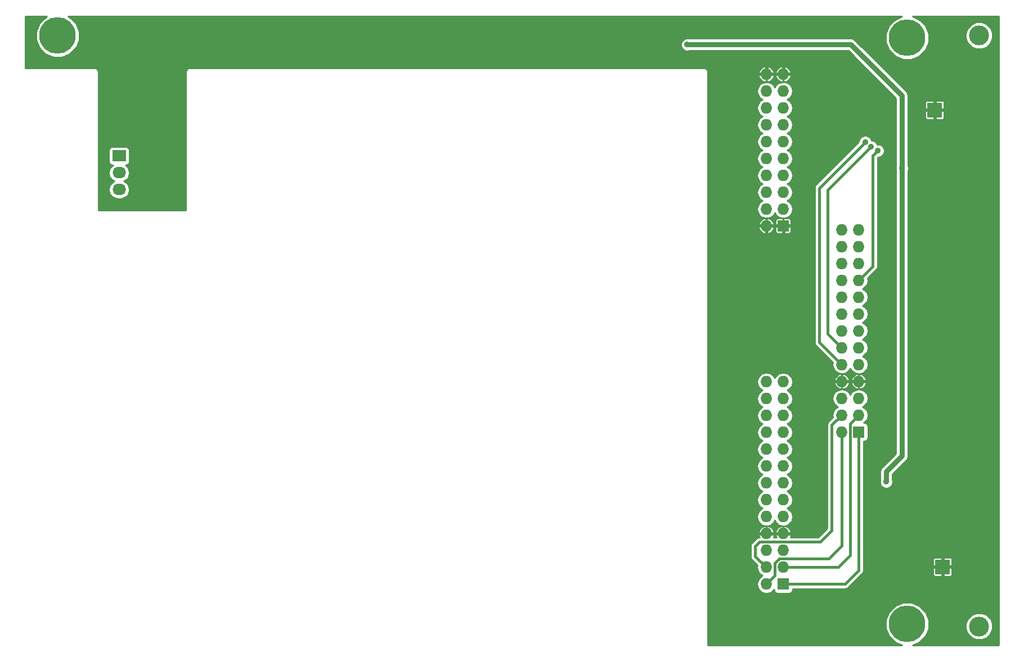
<source format=gbl>
G04 #@! TF.FileFunction,Copper,L2,Bot,Signal*
%FSLAX46Y46*%
G04 Gerber Fmt 4.6, Leading zero omitted, Abs format (unit mm)*
G04 Created by KiCad (PCBNEW 4.0.5+dfsg1-4) date Mon Feb 26 17:29:33 2018*
%MOMM*%
%LPD*%
G01*
G04 APERTURE LIST*
%ADD10C,0.150000*%
%ADD11R,2.032000X1.727200*%
%ADD12O,2.032000X1.727200*%
%ADD13R,2.235200X2.235200*%
%ADD14C,5.500000*%
%ADD15C,3.000000*%
%ADD16R,1.727200X1.727200*%
%ADD17O,1.727200X1.727200*%
%ADD18C,0.889000*%
%ADD19C,0.250000*%
%ADD20C,0.400000*%
%ADD21C,0.800000*%
G04 APERTURE END LIST*
D10*
D11*
X48360000Y-50290000D03*
D12*
X48360000Y-52830000D03*
X48360000Y-55370000D03*
D13*
X171082500Y-43369500D03*
X172250900Y-112203500D03*
D14*
X166946900Y-120828000D03*
X39096000Y-32170000D03*
X166946900Y-32512000D03*
D15*
X177766000Y-121170000D03*
X177766000Y-32170000D03*
D16*
X148286000Y-60841000D03*
D17*
X145746000Y-60841000D03*
X148286000Y-58301000D03*
X145746000Y-58301000D03*
X148286000Y-55761000D03*
X145746000Y-55761000D03*
X148286000Y-53221000D03*
X145746000Y-53221000D03*
X148286000Y-50681000D03*
X145746000Y-50681000D03*
X148286000Y-48141000D03*
X145746000Y-48141000D03*
X148286000Y-45601000D03*
X145746000Y-45601000D03*
X148286000Y-43061000D03*
X145746000Y-43061000D03*
X148286000Y-40521000D03*
X145746000Y-40521000D03*
X148286000Y-37981000D03*
X145746000Y-37981000D03*
D16*
X159639000Y-91897200D03*
D17*
X157099000Y-91897200D03*
X159639000Y-89357200D03*
X157099000Y-89357200D03*
X159639000Y-86817200D03*
X157099000Y-86817200D03*
X159639000Y-84277200D03*
X157099000Y-84277200D03*
X159639000Y-81737200D03*
X157099000Y-81737200D03*
X159639000Y-79197200D03*
X157099000Y-79197200D03*
X159639000Y-76657200D03*
X157099000Y-76657200D03*
X159639000Y-74117200D03*
X157099000Y-74117200D03*
X159639000Y-71577200D03*
X157099000Y-71577200D03*
X159639000Y-69037200D03*
X157099000Y-69037200D03*
X159639000Y-66497200D03*
X157099000Y-66497200D03*
X159639000Y-63957200D03*
X157099000Y-63957200D03*
X159639000Y-61417200D03*
X157099000Y-61417200D03*
D16*
X148286000Y-114807000D03*
D17*
X145746000Y-114807000D03*
X148286000Y-112267000D03*
X145746000Y-112267000D03*
X148286000Y-109727000D03*
X145746000Y-109727000D03*
X148286000Y-107187000D03*
X145746000Y-107187000D03*
X148286000Y-104647000D03*
X145746000Y-104647000D03*
X148286000Y-102107000D03*
X145746000Y-102107000D03*
X148286000Y-99567000D03*
X145746000Y-99567000D03*
X148286000Y-97027000D03*
X145746000Y-97027000D03*
X148286000Y-94487000D03*
X145746000Y-94487000D03*
X148286000Y-91947000D03*
X145746000Y-91947000D03*
X148286000Y-89407000D03*
X145746000Y-89407000D03*
X148286000Y-86867000D03*
X145746000Y-86867000D03*
X148286000Y-84327000D03*
X145746000Y-84327000D03*
D18*
X168644100Y-52145200D03*
X166281900Y-102843600D03*
X153289800Y-98512900D03*
X154026400Y-48957500D03*
X139738900Y-60832000D03*
X153035800Y-107187000D03*
X163792700Y-99376500D03*
X166154900Y-52145200D03*
X133846100Y-33527000D03*
X162522700Y-49503600D03*
X161519400Y-48919400D03*
X160630400Y-48220900D03*
D19*
X157099000Y-84277200D02*
X157099000Y-85431100D01*
X159639000Y-85431100D02*
X159639000Y-85140600D01*
X157099000Y-85431100D02*
X159639000Y-85431100D01*
X159639000Y-85140600D02*
X159639000Y-84277200D01*
X159639000Y-85140600D02*
X159639800Y-85139800D01*
X159639800Y-85139800D02*
X159639000Y-84277200D01*
X159639000Y-84277200D02*
X159639000Y-83121300D01*
X159639000Y-83121300D02*
X157100600Y-83121300D01*
X157100600Y-83121300D02*
X157100600Y-84275600D01*
X157100600Y-84275600D02*
X157099000Y-84277200D01*
X148273300Y-59663600D02*
X148527300Y-59663600D01*
X148273300Y-59663600D02*
X148273300Y-60828300D01*
X145746000Y-59663600D02*
X148273300Y-59663600D01*
X148273300Y-60828300D02*
X148286000Y-60841000D01*
X145746000Y-60841000D02*
X145746000Y-59663600D01*
X148286000Y-37981000D02*
X148286000Y-39153100D01*
X145746000Y-39153100D02*
X145746000Y-38848300D01*
X148286000Y-39153100D02*
X145746000Y-39153100D01*
X145746000Y-107187000D02*
X145746000Y-106018600D01*
X145746000Y-106018600D02*
X148286000Y-106018600D01*
X148286000Y-106018600D02*
X148286000Y-107187000D01*
D20*
X157557000Y-114807000D02*
X148286000Y-114807000D01*
X159639000Y-112725000D02*
X157557000Y-114807000D01*
X159639000Y-91897200D02*
X159639000Y-112725000D01*
X147676400Y-110997000D02*
X147016000Y-111657400D01*
X147016000Y-111657400D02*
X147016000Y-113537000D01*
X147016000Y-113537000D02*
X145746000Y-114807000D01*
X157099000Y-91897200D02*
X157099000Y-109016600D01*
X157099000Y-109016600D02*
X155118600Y-110997000D01*
X155118600Y-110997000D02*
X147676400Y-110997000D01*
X158369800Y-110463600D02*
X158369800Y-90626400D01*
X158369800Y-110463600D02*
X156566400Y-112267000D01*
X158369800Y-90626400D02*
X159639000Y-89357200D01*
X148286000Y-112267000D02*
X156566400Y-112267000D01*
X155601200Y-106704400D02*
X155601200Y-90855000D01*
X155601200Y-106704400D02*
X153861300Y-108444300D01*
X153861300Y-108444300D02*
X144742700Y-108444300D01*
X155601200Y-90855000D02*
X157099000Y-89357200D01*
X144742700Y-108444300D02*
X144069600Y-109117400D01*
X144069600Y-109117400D02*
X144069600Y-110590600D01*
X145746000Y-112267000D02*
X144069600Y-110590600D01*
D21*
X166154900Y-95503000D02*
X163792700Y-97865200D01*
X163792700Y-97865200D02*
X163792700Y-99376500D01*
X166154900Y-52145200D02*
X166154900Y-95503000D01*
X158471400Y-33527000D02*
X166154900Y-41210500D01*
X166154900Y-41210500D02*
X166154900Y-52145200D01*
X133846100Y-33527000D02*
X158471400Y-33527000D01*
D20*
X161773400Y-66902800D02*
X159639000Y-69037200D01*
X161773400Y-50252900D02*
X161773400Y-66902800D01*
X162522700Y-49503600D02*
X161773400Y-50252900D01*
X157099000Y-79197200D02*
X154991600Y-77089800D01*
X161519400Y-48919400D02*
X154991600Y-55447200D01*
X154991600Y-77089800D02*
X154991600Y-55447200D01*
X160630400Y-48220900D02*
X153721600Y-55129700D01*
X157099000Y-81737200D02*
X153721600Y-78359800D01*
X153721600Y-55129700D02*
X153721600Y-78359800D01*
D19*
G36*
X37243285Y-29391971D02*
X36321209Y-30312439D01*
X35821570Y-31515704D01*
X35820433Y-32818580D01*
X36317971Y-34022715D01*
X37238439Y-34944791D01*
X38441704Y-35444430D01*
X39744580Y-35445567D01*
X40948715Y-34948029D01*
X41870791Y-34027561D01*
X41998917Y-33718999D01*
X132876432Y-33718999D01*
X133023718Y-34075460D01*
X133296205Y-34348423D01*
X133652408Y-34496332D01*
X134038099Y-34496668D01*
X134146204Y-34452000D01*
X158088252Y-34452000D01*
X165229900Y-41593648D01*
X165229900Y-51844745D01*
X165185568Y-51951508D01*
X165185232Y-52337199D01*
X165229900Y-52445304D01*
X165229900Y-95119852D01*
X163138626Y-97211126D01*
X162938111Y-97511217D01*
X162938111Y-97511218D01*
X162867700Y-97865200D01*
X162867700Y-99076045D01*
X162823368Y-99182808D01*
X162823032Y-99568499D01*
X162970318Y-99924960D01*
X163242805Y-100197923D01*
X163599008Y-100345832D01*
X163984699Y-100346168D01*
X164341160Y-100198882D01*
X164614123Y-99926395D01*
X164762032Y-99570192D01*
X164762368Y-99184501D01*
X164717700Y-99076396D01*
X164717700Y-98248348D01*
X166808974Y-96157074D01*
X167009489Y-95856983D01*
X167079900Y-95503000D01*
X167079900Y-52445655D01*
X167124232Y-52338892D01*
X167124568Y-51953201D01*
X167079900Y-51845096D01*
X167079900Y-43579750D01*
X169639900Y-43579750D01*
X169639900Y-44551747D01*
X169689379Y-44671198D01*
X169780803Y-44762622D01*
X169900254Y-44812100D01*
X170872250Y-44812100D01*
X170953500Y-44730850D01*
X170953500Y-43498500D01*
X171211500Y-43498500D01*
X171211500Y-44730850D01*
X171292750Y-44812100D01*
X172264746Y-44812100D01*
X172384197Y-44762622D01*
X172475621Y-44671198D01*
X172525100Y-44551747D01*
X172525100Y-43579750D01*
X172443850Y-43498500D01*
X171211500Y-43498500D01*
X170953500Y-43498500D01*
X169721150Y-43498500D01*
X169639900Y-43579750D01*
X167079900Y-43579750D01*
X167079900Y-42187253D01*
X169639900Y-42187253D01*
X169639900Y-43159250D01*
X169721150Y-43240500D01*
X170953500Y-43240500D01*
X170953500Y-42008150D01*
X171211500Y-42008150D01*
X171211500Y-43240500D01*
X172443850Y-43240500D01*
X172525100Y-43159250D01*
X172525100Y-42187253D01*
X172475621Y-42067802D01*
X172384197Y-41976378D01*
X172264746Y-41926900D01*
X171292750Y-41926900D01*
X171211500Y-42008150D01*
X170953500Y-42008150D01*
X170872250Y-41926900D01*
X169900254Y-41926900D01*
X169780803Y-41976378D01*
X169689379Y-42067802D01*
X169639900Y-42187253D01*
X167079900Y-42187253D01*
X167079900Y-41210500D01*
X167009489Y-40856518D01*
X167009489Y-40856517D01*
X166808974Y-40556426D01*
X159125474Y-32872926D01*
X158825383Y-32672411D01*
X158471400Y-32602000D01*
X134146555Y-32602000D01*
X134039792Y-32557668D01*
X133654101Y-32557332D01*
X133297640Y-32704618D01*
X133024677Y-32977105D01*
X132876768Y-33333308D01*
X132876432Y-33718999D01*
X41998917Y-33718999D01*
X42370430Y-32824296D01*
X42371567Y-31521420D01*
X41874029Y-30317285D01*
X40953561Y-29395209D01*
X40712231Y-29295000D01*
X166156577Y-29295000D01*
X165094185Y-29733971D01*
X164172109Y-30654439D01*
X163672470Y-31857704D01*
X163671333Y-33160580D01*
X164168871Y-34364715D01*
X165089339Y-35286791D01*
X166292604Y-35786430D01*
X167595480Y-35787567D01*
X168799615Y-35290029D01*
X169721691Y-34369561D01*
X170221330Y-33166296D01*
X170221849Y-32571030D01*
X175740649Y-32571030D01*
X176048288Y-33315572D01*
X176617432Y-33885710D01*
X177361435Y-34194648D01*
X178167030Y-34195351D01*
X178911572Y-33887712D01*
X179481710Y-33318568D01*
X179790648Y-32574565D01*
X179791351Y-31768970D01*
X179483712Y-31024428D01*
X178914568Y-30454290D01*
X178170565Y-30145352D01*
X177364970Y-30144649D01*
X176620428Y-30452288D01*
X176050290Y-31021432D01*
X175741352Y-31765435D01*
X175740649Y-32571030D01*
X170221849Y-32571030D01*
X170222467Y-31863420D01*
X169724929Y-30659285D01*
X168804461Y-29737209D01*
X167739503Y-29295000D01*
X180711000Y-29295000D01*
X180711000Y-124045000D01*
X167737223Y-124045000D01*
X168799615Y-123606029D01*
X169721691Y-122685561D01*
X170184484Y-121571030D01*
X175740649Y-121571030D01*
X176048288Y-122315572D01*
X176617432Y-122885710D01*
X177361435Y-123194648D01*
X178167030Y-123195351D01*
X178911572Y-122887712D01*
X179481710Y-122318568D01*
X179790648Y-121574565D01*
X179791351Y-120768970D01*
X179483712Y-120024428D01*
X178914568Y-119454290D01*
X178170565Y-119145352D01*
X177364970Y-119144649D01*
X176620428Y-119452288D01*
X176050290Y-120021432D01*
X175741352Y-120765435D01*
X175740649Y-121571030D01*
X170184484Y-121571030D01*
X170221330Y-121482296D01*
X170222467Y-120179420D01*
X169724929Y-118975285D01*
X168804461Y-118053209D01*
X167601196Y-117553570D01*
X166298320Y-117552433D01*
X165094185Y-118049971D01*
X164172109Y-118970439D01*
X163672470Y-120173704D01*
X163671333Y-121476580D01*
X164168871Y-122680715D01*
X165089339Y-123602791D01*
X166154297Y-124045000D01*
X155107160Y-124045000D01*
X155096000Y-124042900D01*
X136961000Y-124042900D01*
X136961000Y-109117400D01*
X143344600Y-109117400D01*
X143344600Y-110590600D01*
X143378475Y-110760900D01*
X143399787Y-110868046D01*
X143556948Y-111103252D01*
X144394984Y-111941289D01*
X144330196Y-112267000D01*
X144435897Y-112798394D01*
X144736908Y-113248888D01*
X145168097Y-113537000D01*
X144736908Y-113825112D01*
X144435897Y-114275606D01*
X144330196Y-114807000D01*
X144435897Y-115338394D01*
X144736908Y-115788888D01*
X145187402Y-116089899D01*
X145718796Y-116195600D01*
X145773204Y-116195600D01*
X146304598Y-116089899D01*
X146755092Y-115788888D01*
X146887115Y-115591302D01*
X146887115Y-115670600D01*
X146923723Y-115865153D01*
X147038704Y-116043839D01*
X147214144Y-116163712D01*
X147422400Y-116205885D01*
X149149600Y-116205885D01*
X149344153Y-116169277D01*
X149522839Y-116054296D01*
X149642712Y-115878856D01*
X149684885Y-115670600D01*
X149684885Y-115532000D01*
X157557000Y-115532000D01*
X157788415Y-115485969D01*
X157834446Y-115476813D01*
X158069652Y-115319652D01*
X160151653Y-113237652D01*
X160308813Y-113002446D01*
X160364000Y-112725000D01*
X160364000Y-112413750D01*
X170808300Y-112413750D01*
X170808300Y-113385747D01*
X170857779Y-113505198D01*
X170949203Y-113596622D01*
X171068654Y-113646100D01*
X172040650Y-113646100D01*
X172121900Y-113564850D01*
X172121900Y-112332500D01*
X172379900Y-112332500D01*
X172379900Y-113564850D01*
X172461150Y-113646100D01*
X173433146Y-113646100D01*
X173552597Y-113596622D01*
X173644021Y-113505198D01*
X173693500Y-113385747D01*
X173693500Y-112413750D01*
X173612250Y-112332500D01*
X172379900Y-112332500D01*
X172121900Y-112332500D01*
X170889550Y-112332500D01*
X170808300Y-112413750D01*
X160364000Y-112413750D01*
X160364000Y-111021253D01*
X170808300Y-111021253D01*
X170808300Y-111993250D01*
X170889550Y-112074500D01*
X172121900Y-112074500D01*
X172121900Y-110842150D01*
X172379900Y-110842150D01*
X172379900Y-112074500D01*
X173612250Y-112074500D01*
X173693500Y-111993250D01*
X173693500Y-111021253D01*
X173644021Y-110901802D01*
X173552597Y-110810378D01*
X173433146Y-110760900D01*
X172461150Y-110760900D01*
X172379900Y-110842150D01*
X172121900Y-110842150D01*
X172040650Y-110760900D01*
X171068654Y-110760900D01*
X170949203Y-110810378D01*
X170857779Y-110901802D01*
X170808300Y-111021253D01*
X160364000Y-111021253D01*
X160364000Y-93296085D01*
X160502600Y-93296085D01*
X160697153Y-93259477D01*
X160875839Y-93144496D01*
X160995712Y-92969056D01*
X161037885Y-92760800D01*
X161037885Y-91033600D01*
X161001277Y-90839047D01*
X160886296Y-90660361D01*
X160710856Y-90540488D01*
X160502600Y-90498315D01*
X160409792Y-90498315D01*
X160648092Y-90339088D01*
X160949103Y-89888594D01*
X161054804Y-89357200D01*
X160949103Y-88825806D01*
X160648092Y-88375312D01*
X160216903Y-88087200D01*
X160648092Y-87799088D01*
X160949103Y-87348594D01*
X161054804Y-86817200D01*
X160949103Y-86285806D01*
X160648092Y-85835312D01*
X160197598Y-85534301D01*
X159768002Y-85448849D01*
X159768002Y-85377542D01*
X159951253Y-85424064D01*
X160366370Y-85217270D01*
X160670751Y-84867359D01*
X160785852Y-84589451D01*
X160738810Y-84406200D01*
X159768000Y-84406200D01*
X159768000Y-84426200D01*
X159510000Y-84426200D01*
X159510000Y-84406200D01*
X158539190Y-84406200D01*
X158492148Y-84589451D01*
X158607249Y-84867359D01*
X158911630Y-85217270D01*
X159326747Y-85424064D01*
X159509998Y-85377542D01*
X159509998Y-85448849D01*
X159080402Y-85534301D01*
X158629908Y-85835312D01*
X158369000Y-86225788D01*
X158108092Y-85835312D01*
X157657598Y-85534301D01*
X157228002Y-85448849D01*
X157228002Y-85377542D01*
X157411253Y-85424064D01*
X157826370Y-85217270D01*
X158130751Y-84867359D01*
X158245852Y-84589451D01*
X158198810Y-84406200D01*
X157228000Y-84406200D01*
X157228000Y-84426200D01*
X156970000Y-84426200D01*
X156970000Y-84406200D01*
X155999190Y-84406200D01*
X155952148Y-84589451D01*
X156067249Y-84867359D01*
X156371630Y-85217270D01*
X156786747Y-85424064D01*
X156969998Y-85377542D01*
X156969998Y-85448849D01*
X156540402Y-85534301D01*
X156089908Y-85835312D01*
X155788897Y-86285806D01*
X155683196Y-86817200D01*
X155788897Y-87348594D01*
X156089908Y-87799088D01*
X156521097Y-88087200D01*
X156089908Y-88375312D01*
X155788897Y-88825806D01*
X155683196Y-89357200D01*
X155747984Y-89682912D01*
X155088548Y-90342348D01*
X154931387Y-90577554D01*
X154931387Y-90577555D01*
X154876200Y-90855000D01*
X154876200Y-106404095D01*
X153560996Y-107719300D01*
X149341714Y-107719300D01*
X149432852Y-107499251D01*
X149385810Y-107316000D01*
X148415000Y-107316000D01*
X148415000Y-107336000D01*
X148157000Y-107336000D01*
X148157000Y-107316000D01*
X147186190Y-107316000D01*
X147139148Y-107499251D01*
X147230286Y-107719300D01*
X146801714Y-107719300D01*
X146892852Y-107499251D01*
X146845810Y-107316000D01*
X145875000Y-107316000D01*
X145875000Y-107336000D01*
X145617000Y-107336000D01*
X145617000Y-107316000D01*
X144646190Y-107316000D01*
X144599148Y-107499251D01*
X144694275Y-107728932D01*
X144465255Y-107774487D01*
X144387208Y-107826637D01*
X144230047Y-107931648D01*
X143556948Y-108604748D01*
X143399787Y-108839954D01*
X143399787Y-108839955D01*
X143344600Y-109117400D01*
X136961000Y-109117400D01*
X136961000Y-84327000D01*
X144330196Y-84327000D01*
X144435897Y-84858394D01*
X144736908Y-85308888D01*
X145168097Y-85597000D01*
X144736908Y-85885112D01*
X144435897Y-86335606D01*
X144330196Y-86867000D01*
X144435897Y-87398394D01*
X144736908Y-87848888D01*
X145168097Y-88137000D01*
X144736908Y-88425112D01*
X144435897Y-88875606D01*
X144330196Y-89407000D01*
X144435897Y-89938394D01*
X144736908Y-90388888D01*
X145168097Y-90677000D01*
X144736908Y-90965112D01*
X144435897Y-91415606D01*
X144330196Y-91947000D01*
X144435897Y-92478394D01*
X144736908Y-92928888D01*
X145168097Y-93217000D01*
X144736908Y-93505112D01*
X144435897Y-93955606D01*
X144330196Y-94487000D01*
X144435897Y-95018394D01*
X144736908Y-95468888D01*
X145168097Y-95757000D01*
X144736908Y-96045112D01*
X144435897Y-96495606D01*
X144330196Y-97027000D01*
X144435897Y-97558394D01*
X144736908Y-98008888D01*
X145168097Y-98297000D01*
X144736908Y-98585112D01*
X144435897Y-99035606D01*
X144330196Y-99567000D01*
X144435897Y-100098394D01*
X144736908Y-100548888D01*
X145168097Y-100837000D01*
X144736908Y-101125112D01*
X144435897Y-101575606D01*
X144330196Y-102107000D01*
X144435897Y-102638394D01*
X144736908Y-103088888D01*
X145168097Y-103377000D01*
X144736908Y-103665112D01*
X144435897Y-104115606D01*
X144330196Y-104647000D01*
X144435897Y-105178394D01*
X144736908Y-105628888D01*
X145187402Y-105929899D01*
X145616998Y-106015351D01*
X145616998Y-106086658D01*
X145433747Y-106040136D01*
X145018630Y-106246930D01*
X144714249Y-106596841D01*
X144599148Y-106874749D01*
X144646190Y-107058000D01*
X145617000Y-107058000D01*
X145617000Y-107038000D01*
X145875000Y-107038000D01*
X145875000Y-107058000D01*
X146845810Y-107058000D01*
X146892852Y-106874749D01*
X146777751Y-106596841D01*
X146473370Y-106246930D01*
X146058253Y-106040136D01*
X145875002Y-106086658D01*
X145875002Y-106015351D01*
X146304598Y-105929899D01*
X146755092Y-105628888D01*
X147016000Y-105238412D01*
X147276908Y-105628888D01*
X147727402Y-105929899D01*
X148156998Y-106015351D01*
X148156998Y-106086658D01*
X147973747Y-106040136D01*
X147558630Y-106246930D01*
X147254249Y-106596841D01*
X147139148Y-106874749D01*
X147186190Y-107058000D01*
X148157000Y-107058000D01*
X148157000Y-107038000D01*
X148415000Y-107038000D01*
X148415000Y-107058000D01*
X149385810Y-107058000D01*
X149432852Y-106874749D01*
X149317751Y-106596841D01*
X149013370Y-106246930D01*
X148598253Y-106040136D01*
X148415002Y-106086658D01*
X148415002Y-106015351D01*
X148844598Y-105929899D01*
X149295092Y-105628888D01*
X149596103Y-105178394D01*
X149701804Y-104647000D01*
X149596103Y-104115606D01*
X149295092Y-103665112D01*
X148863903Y-103377000D01*
X149295092Y-103088888D01*
X149596103Y-102638394D01*
X149701804Y-102107000D01*
X149596103Y-101575606D01*
X149295092Y-101125112D01*
X148863903Y-100837000D01*
X149295092Y-100548888D01*
X149596103Y-100098394D01*
X149701804Y-99567000D01*
X149596103Y-99035606D01*
X149295092Y-98585112D01*
X148863903Y-98297000D01*
X149295092Y-98008888D01*
X149596103Y-97558394D01*
X149701804Y-97027000D01*
X149596103Y-96495606D01*
X149295092Y-96045112D01*
X148863903Y-95757000D01*
X149295092Y-95468888D01*
X149596103Y-95018394D01*
X149701804Y-94487000D01*
X149596103Y-93955606D01*
X149295092Y-93505112D01*
X148863903Y-93217000D01*
X149295092Y-92928888D01*
X149596103Y-92478394D01*
X149701804Y-91947000D01*
X149596103Y-91415606D01*
X149295092Y-90965112D01*
X148863903Y-90677000D01*
X149295092Y-90388888D01*
X149596103Y-89938394D01*
X149701804Y-89407000D01*
X149596103Y-88875606D01*
X149295092Y-88425112D01*
X148863903Y-88137000D01*
X149295092Y-87848888D01*
X149596103Y-87398394D01*
X149701804Y-86867000D01*
X149596103Y-86335606D01*
X149295092Y-85885112D01*
X148863903Y-85597000D01*
X149295092Y-85308888D01*
X149596103Y-84858394D01*
X149701804Y-84327000D01*
X149596103Y-83795606D01*
X149295092Y-83345112D01*
X148844598Y-83044101D01*
X148313204Y-82938400D01*
X148258796Y-82938400D01*
X147727402Y-83044101D01*
X147276908Y-83345112D01*
X147016000Y-83735588D01*
X146755092Y-83345112D01*
X146304598Y-83044101D01*
X145773204Y-82938400D01*
X145718796Y-82938400D01*
X145187402Y-83044101D01*
X144736908Y-83345112D01*
X144435897Y-83795606D01*
X144330196Y-84327000D01*
X136961000Y-84327000D01*
X136961000Y-61153251D01*
X144599148Y-61153251D01*
X144714249Y-61431159D01*
X145018630Y-61781070D01*
X145433747Y-61987864D01*
X145617000Y-61941341D01*
X145617000Y-60970000D01*
X145875000Y-60970000D01*
X145875000Y-61941341D01*
X146058253Y-61987864D01*
X146473370Y-61781070D01*
X146777751Y-61431159D01*
X146892852Y-61153251D01*
X146866668Y-61051250D01*
X147097400Y-61051250D01*
X147097400Y-61769247D01*
X147146879Y-61888698D01*
X147238303Y-61980122D01*
X147357754Y-62029600D01*
X148075750Y-62029600D01*
X148157000Y-61948350D01*
X148157000Y-60970000D01*
X148415000Y-60970000D01*
X148415000Y-61948350D01*
X148496250Y-62029600D01*
X149214246Y-62029600D01*
X149333697Y-61980122D01*
X149425121Y-61888698D01*
X149474600Y-61769247D01*
X149474600Y-61051250D01*
X149393350Y-60970000D01*
X148415000Y-60970000D01*
X148157000Y-60970000D01*
X147178650Y-60970000D01*
X147097400Y-61051250D01*
X146866668Y-61051250D01*
X146845810Y-60970000D01*
X145875000Y-60970000D01*
X145617000Y-60970000D01*
X144646190Y-60970000D01*
X144599148Y-61153251D01*
X136961000Y-61153251D01*
X136961000Y-40521000D01*
X144330196Y-40521000D01*
X144435897Y-41052394D01*
X144736908Y-41502888D01*
X145168097Y-41791000D01*
X144736908Y-42079112D01*
X144435897Y-42529606D01*
X144330196Y-43061000D01*
X144435897Y-43592394D01*
X144736908Y-44042888D01*
X145168097Y-44331000D01*
X144736908Y-44619112D01*
X144435897Y-45069606D01*
X144330196Y-45601000D01*
X144435897Y-46132394D01*
X144736908Y-46582888D01*
X145168097Y-46871000D01*
X144736908Y-47159112D01*
X144435897Y-47609606D01*
X144330196Y-48141000D01*
X144435897Y-48672394D01*
X144736908Y-49122888D01*
X145168097Y-49411000D01*
X144736908Y-49699112D01*
X144435897Y-50149606D01*
X144330196Y-50681000D01*
X144435897Y-51212394D01*
X144736908Y-51662888D01*
X145168097Y-51951000D01*
X144736908Y-52239112D01*
X144435897Y-52689606D01*
X144330196Y-53221000D01*
X144435897Y-53752394D01*
X144736908Y-54202888D01*
X145168097Y-54491000D01*
X144736908Y-54779112D01*
X144435897Y-55229606D01*
X144330196Y-55761000D01*
X144435897Y-56292394D01*
X144736908Y-56742888D01*
X145168097Y-57031000D01*
X144736908Y-57319112D01*
X144435897Y-57769606D01*
X144330196Y-58301000D01*
X144435897Y-58832394D01*
X144736908Y-59282888D01*
X145187402Y-59583899D01*
X145616998Y-59669351D01*
X145616998Y-59740658D01*
X145433747Y-59694136D01*
X145018630Y-59900930D01*
X144714249Y-60250841D01*
X144599148Y-60528749D01*
X144646190Y-60712000D01*
X145617000Y-60712000D01*
X145617000Y-60692000D01*
X145875000Y-60692000D01*
X145875000Y-60712000D01*
X146845810Y-60712000D01*
X146892852Y-60528749D01*
X146777751Y-60250841D01*
X146473370Y-59900930D01*
X146058253Y-59694136D01*
X145875002Y-59740658D01*
X145875002Y-59669351D01*
X146304598Y-59583899D01*
X146755092Y-59282888D01*
X147016000Y-58892412D01*
X147276908Y-59282888D01*
X147727402Y-59583899D01*
X148071779Y-59652400D01*
X147357754Y-59652400D01*
X147238303Y-59701878D01*
X147146879Y-59793302D01*
X147097400Y-59912753D01*
X147097400Y-60630750D01*
X147178650Y-60712000D01*
X148157000Y-60712000D01*
X148157000Y-60692000D01*
X148415000Y-60692000D01*
X148415000Y-60712000D01*
X149393350Y-60712000D01*
X149474600Y-60630750D01*
X149474600Y-59912753D01*
X149425121Y-59793302D01*
X149333697Y-59701878D01*
X149214246Y-59652400D01*
X148500221Y-59652400D01*
X148844598Y-59583899D01*
X149295092Y-59282888D01*
X149596103Y-58832394D01*
X149701804Y-58301000D01*
X149596103Y-57769606D01*
X149295092Y-57319112D01*
X148863903Y-57031000D01*
X149295092Y-56742888D01*
X149596103Y-56292394D01*
X149701804Y-55761000D01*
X149596103Y-55229606D01*
X149529348Y-55129700D01*
X152996600Y-55129700D01*
X152996600Y-78359800D01*
X153042631Y-78591215D01*
X153051787Y-78637246D01*
X153208948Y-78872452D01*
X155747984Y-81411488D01*
X155683196Y-81737200D01*
X155788897Y-82268594D01*
X156089908Y-82719088D01*
X156540402Y-83020099D01*
X156969998Y-83105551D01*
X156969998Y-83176858D01*
X156786747Y-83130336D01*
X156371630Y-83337130D01*
X156067249Y-83687041D01*
X155952148Y-83964949D01*
X155999190Y-84148200D01*
X156970000Y-84148200D01*
X156970000Y-84128200D01*
X157228000Y-84128200D01*
X157228000Y-84148200D01*
X158198810Y-84148200D01*
X158245852Y-83964949D01*
X158130751Y-83687041D01*
X157826370Y-83337130D01*
X157411253Y-83130336D01*
X157228002Y-83176858D01*
X157228002Y-83105551D01*
X157657598Y-83020099D01*
X158108092Y-82719088D01*
X158369000Y-82328612D01*
X158629908Y-82719088D01*
X159080402Y-83020099D01*
X159509998Y-83105551D01*
X159509998Y-83176858D01*
X159326747Y-83130336D01*
X158911630Y-83337130D01*
X158607249Y-83687041D01*
X158492148Y-83964949D01*
X158539190Y-84148200D01*
X159510000Y-84148200D01*
X159510000Y-84128200D01*
X159768000Y-84128200D01*
X159768000Y-84148200D01*
X160738810Y-84148200D01*
X160785852Y-83964949D01*
X160670751Y-83687041D01*
X160366370Y-83337130D01*
X159951253Y-83130336D01*
X159768002Y-83176858D01*
X159768002Y-83105551D01*
X160197598Y-83020099D01*
X160648092Y-82719088D01*
X160949103Y-82268594D01*
X161054804Y-81737200D01*
X160949103Y-81205806D01*
X160648092Y-80755312D01*
X160216903Y-80467200D01*
X160648092Y-80179088D01*
X160949103Y-79728594D01*
X161054804Y-79197200D01*
X160949103Y-78665806D01*
X160648092Y-78215312D01*
X160216903Y-77927200D01*
X160648092Y-77639088D01*
X160949103Y-77188594D01*
X161054804Y-76657200D01*
X160949103Y-76125806D01*
X160648092Y-75675312D01*
X160216903Y-75387200D01*
X160648092Y-75099088D01*
X160949103Y-74648594D01*
X161054804Y-74117200D01*
X160949103Y-73585806D01*
X160648092Y-73135312D01*
X160216903Y-72847200D01*
X160648092Y-72559088D01*
X160949103Y-72108594D01*
X161054804Y-71577200D01*
X160949103Y-71045806D01*
X160648092Y-70595312D01*
X160216903Y-70307200D01*
X160648092Y-70019088D01*
X160949103Y-69568594D01*
X161054804Y-69037200D01*
X160990016Y-68711489D01*
X162286052Y-67415453D01*
X162443212Y-67180246D01*
X162443213Y-67180245D01*
X162498400Y-66902800D01*
X162498400Y-50553204D01*
X162578455Y-50473149D01*
X162714699Y-50473268D01*
X163071160Y-50325982D01*
X163344123Y-50053495D01*
X163492032Y-49697292D01*
X163492368Y-49311601D01*
X163345082Y-48955140D01*
X163072595Y-48682177D01*
X162716392Y-48534268D01*
X162409157Y-48534000D01*
X162341782Y-48370940D01*
X162069295Y-48097977D01*
X161713092Y-47950068D01*
X161567443Y-47949941D01*
X161452782Y-47672440D01*
X161180295Y-47399477D01*
X160824092Y-47251568D01*
X160438401Y-47251232D01*
X160081940Y-47398518D01*
X159808977Y-47671005D01*
X159661068Y-48027208D01*
X159660948Y-48165047D01*
X153208948Y-54617048D01*
X153051787Y-54852254D01*
X153051787Y-54852255D01*
X152996600Y-55129700D01*
X149529348Y-55129700D01*
X149295092Y-54779112D01*
X148863903Y-54491000D01*
X149295092Y-54202888D01*
X149596103Y-53752394D01*
X149701804Y-53221000D01*
X149596103Y-52689606D01*
X149295092Y-52239112D01*
X148863903Y-51951000D01*
X149295092Y-51662888D01*
X149596103Y-51212394D01*
X149701804Y-50681000D01*
X149596103Y-50149606D01*
X149295092Y-49699112D01*
X148863903Y-49411000D01*
X149295092Y-49122888D01*
X149596103Y-48672394D01*
X149701804Y-48141000D01*
X149596103Y-47609606D01*
X149295092Y-47159112D01*
X148863903Y-46871000D01*
X149295092Y-46582888D01*
X149596103Y-46132394D01*
X149701804Y-45601000D01*
X149596103Y-45069606D01*
X149295092Y-44619112D01*
X148863903Y-44331000D01*
X149295092Y-44042888D01*
X149596103Y-43592394D01*
X149701804Y-43061000D01*
X149596103Y-42529606D01*
X149295092Y-42079112D01*
X148863903Y-41791000D01*
X149295092Y-41502888D01*
X149596103Y-41052394D01*
X149701804Y-40521000D01*
X149596103Y-39989606D01*
X149295092Y-39539112D01*
X148844598Y-39238101D01*
X148415002Y-39152649D01*
X148415002Y-39081342D01*
X148598253Y-39127864D01*
X149013370Y-38921070D01*
X149317751Y-38571159D01*
X149432852Y-38293251D01*
X149385810Y-38110000D01*
X148415000Y-38110000D01*
X148415000Y-38130000D01*
X148157000Y-38130000D01*
X148157000Y-38110000D01*
X147186190Y-38110000D01*
X147139148Y-38293251D01*
X147254249Y-38571159D01*
X147558630Y-38921070D01*
X147973747Y-39127864D01*
X148156998Y-39081342D01*
X148156998Y-39152649D01*
X147727402Y-39238101D01*
X147276908Y-39539112D01*
X147016000Y-39929588D01*
X146755092Y-39539112D01*
X146304598Y-39238101D01*
X145875002Y-39152649D01*
X145875002Y-39081342D01*
X146058253Y-39127864D01*
X146473370Y-38921070D01*
X146777751Y-38571159D01*
X146892852Y-38293251D01*
X146845810Y-38110000D01*
X145875000Y-38110000D01*
X145875000Y-38130000D01*
X145617000Y-38130000D01*
X145617000Y-38110000D01*
X144646190Y-38110000D01*
X144599148Y-38293251D01*
X144714249Y-38571159D01*
X145018630Y-38921070D01*
X145433747Y-39127864D01*
X145616998Y-39081342D01*
X145616998Y-39152649D01*
X145187402Y-39238101D01*
X144736908Y-39539112D01*
X144435897Y-39989606D01*
X144330196Y-40521000D01*
X136961000Y-40521000D01*
X136961000Y-37670000D01*
X136960752Y-37668749D01*
X144599148Y-37668749D01*
X144646190Y-37852000D01*
X145617000Y-37852000D01*
X145617000Y-36880659D01*
X145875000Y-36880659D01*
X145875000Y-37852000D01*
X146845810Y-37852000D01*
X146892852Y-37668749D01*
X147139148Y-37668749D01*
X147186190Y-37852000D01*
X148157000Y-37852000D01*
X148157000Y-36880659D01*
X148415000Y-36880659D01*
X148415000Y-37852000D01*
X149385810Y-37852000D01*
X149432852Y-37668749D01*
X149317751Y-37390841D01*
X149013370Y-37040930D01*
X148598253Y-36834136D01*
X148415000Y-36880659D01*
X148157000Y-36880659D01*
X147973747Y-36834136D01*
X147558630Y-37040930D01*
X147254249Y-37390841D01*
X147139148Y-37668749D01*
X146892852Y-37668749D01*
X146777751Y-37390841D01*
X146473370Y-37040930D01*
X146058253Y-36834136D01*
X145875000Y-36880659D01*
X145617000Y-36880659D01*
X145433747Y-36834136D01*
X145018630Y-37040930D01*
X144714249Y-37390841D01*
X144599148Y-37668749D01*
X136960752Y-37668749D01*
X136913425Y-37430823D01*
X136777942Y-37228058D01*
X136575177Y-37092575D01*
X136336000Y-37045000D01*
X59000000Y-37045000D01*
X58760823Y-37092575D01*
X58558058Y-37228058D01*
X58422575Y-37430823D01*
X58375000Y-37670000D01*
X58375000Y-58509000D01*
X45221000Y-58509000D01*
X45221000Y-52830000D01*
X46788810Y-52830000D01*
X46894511Y-53361394D01*
X47195522Y-53811888D01*
X47626711Y-54100000D01*
X47195522Y-54388112D01*
X46894511Y-54838606D01*
X46788810Y-55370000D01*
X46894511Y-55901394D01*
X47195522Y-56351888D01*
X47646016Y-56652899D01*
X48177410Y-56758600D01*
X48542590Y-56758600D01*
X49073984Y-56652899D01*
X49524478Y-56351888D01*
X49825489Y-55901394D01*
X49931190Y-55370000D01*
X49825489Y-54838606D01*
X49524478Y-54388112D01*
X49093289Y-54100000D01*
X49524478Y-53811888D01*
X49825489Y-53361394D01*
X49931190Y-52830000D01*
X49825489Y-52298606D01*
X49524478Y-51848112D01*
X49286178Y-51688885D01*
X49376000Y-51688885D01*
X49570553Y-51652277D01*
X49749239Y-51537296D01*
X49869112Y-51361856D01*
X49911285Y-51153600D01*
X49911285Y-49426400D01*
X49874677Y-49231847D01*
X49759696Y-49053161D01*
X49584256Y-48933288D01*
X49376000Y-48891115D01*
X47344000Y-48891115D01*
X47149447Y-48927723D01*
X46970761Y-49042704D01*
X46850888Y-49218144D01*
X46808715Y-49426400D01*
X46808715Y-51153600D01*
X46845323Y-51348153D01*
X46960304Y-51526839D01*
X47135744Y-51646712D01*
X47344000Y-51688885D01*
X47433822Y-51688885D01*
X47195522Y-51848112D01*
X46894511Y-52298606D01*
X46788810Y-52830000D01*
X45221000Y-52830000D01*
X45221000Y-37670000D01*
X45173425Y-37430823D01*
X45037942Y-37228058D01*
X44835177Y-37092575D01*
X44596000Y-37045000D01*
X34221000Y-37045000D01*
X34221000Y-29295000D01*
X37477973Y-29295000D01*
X37243285Y-29391971D01*
X37243285Y-29391971D01*
G37*
X37243285Y-29391971D02*
X36321209Y-30312439D01*
X35821570Y-31515704D01*
X35820433Y-32818580D01*
X36317971Y-34022715D01*
X37238439Y-34944791D01*
X38441704Y-35444430D01*
X39744580Y-35445567D01*
X40948715Y-34948029D01*
X41870791Y-34027561D01*
X41998917Y-33718999D01*
X132876432Y-33718999D01*
X133023718Y-34075460D01*
X133296205Y-34348423D01*
X133652408Y-34496332D01*
X134038099Y-34496668D01*
X134146204Y-34452000D01*
X158088252Y-34452000D01*
X165229900Y-41593648D01*
X165229900Y-51844745D01*
X165185568Y-51951508D01*
X165185232Y-52337199D01*
X165229900Y-52445304D01*
X165229900Y-95119852D01*
X163138626Y-97211126D01*
X162938111Y-97511217D01*
X162938111Y-97511218D01*
X162867700Y-97865200D01*
X162867700Y-99076045D01*
X162823368Y-99182808D01*
X162823032Y-99568499D01*
X162970318Y-99924960D01*
X163242805Y-100197923D01*
X163599008Y-100345832D01*
X163984699Y-100346168D01*
X164341160Y-100198882D01*
X164614123Y-99926395D01*
X164762032Y-99570192D01*
X164762368Y-99184501D01*
X164717700Y-99076396D01*
X164717700Y-98248348D01*
X166808974Y-96157074D01*
X167009489Y-95856983D01*
X167079900Y-95503000D01*
X167079900Y-52445655D01*
X167124232Y-52338892D01*
X167124568Y-51953201D01*
X167079900Y-51845096D01*
X167079900Y-43579750D01*
X169639900Y-43579750D01*
X169639900Y-44551747D01*
X169689379Y-44671198D01*
X169780803Y-44762622D01*
X169900254Y-44812100D01*
X170872250Y-44812100D01*
X170953500Y-44730850D01*
X170953500Y-43498500D01*
X171211500Y-43498500D01*
X171211500Y-44730850D01*
X171292750Y-44812100D01*
X172264746Y-44812100D01*
X172384197Y-44762622D01*
X172475621Y-44671198D01*
X172525100Y-44551747D01*
X172525100Y-43579750D01*
X172443850Y-43498500D01*
X171211500Y-43498500D01*
X170953500Y-43498500D01*
X169721150Y-43498500D01*
X169639900Y-43579750D01*
X167079900Y-43579750D01*
X167079900Y-42187253D01*
X169639900Y-42187253D01*
X169639900Y-43159250D01*
X169721150Y-43240500D01*
X170953500Y-43240500D01*
X170953500Y-42008150D01*
X171211500Y-42008150D01*
X171211500Y-43240500D01*
X172443850Y-43240500D01*
X172525100Y-43159250D01*
X172525100Y-42187253D01*
X172475621Y-42067802D01*
X172384197Y-41976378D01*
X172264746Y-41926900D01*
X171292750Y-41926900D01*
X171211500Y-42008150D01*
X170953500Y-42008150D01*
X170872250Y-41926900D01*
X169900254Y-41926900D01*
X169780803Y-41976378D01*
X169689379Y-42067802D01*
X169639900Y-42187253D01*
X167079900Y-42187253D01*
X167079900Y-41210500D01*
X167009489Y-40856518D01*
X167009489Y-40856517D01*
X166808974Y-40556426D01*
X159125474Y-32872926D01*
X158825383Y-32672411D01*
X158471400Y-32602000D01*
X134146555Y-32602000D01*
X134039792Y-32557668D01*
X133654101Y-32557332D01*
X133297640Y-32704618D01*
X133024677Y-32977105D01*
X132876768Y-33333308D01*
X132876432Y-33718999D01*
X41998917Y-33718999D01*
X42370430Y-32824296D01*
X42371567Y-31521420D01*
X41874029Y-30317285D01*
X40953561Y-29395209D01*
X40712231Y-29295000D01*
X166156577Y-29295000D01*
X165094185Y-29733971D01*
X164172109Y-30654439D01*
X163672470Y-31857704D01*
X163671333Y-33160580D01*
X164168871Y-34364715D01*
X165089339Y-35286791D01*
X166292604Y-35786430D01*
X167595480Y-35787567D01*
X168799615Y-35290029D01*
X169721691Y-34369561D01*
X170221330Y-33166296D01*
X170221849Y-32571030D01*
X175740649Y-32571030D01*
X176048288Y-33315572D01*
X176617432Y-33885710D01*
X177361435Y-34194648D01*
X178167030Y-34195351D01*
X178911572Y-33887712D01*
X179481710Y-33318568D01*
X179790648Y-32574565D01*
X179791351Y-31768970D01*
X179483712Y-31024428D01*
X178914568Y-30454290D01*
X178170565Y-30145352D01*
X177364970Y-30144649D01*
X176620428Y-30452288D01*
X176050290Y-31021432D01*
X175741352Y-31765435D01*
X175740649Y-32571030D01*
X170221849Y-32571030D01*
X170222467Y-31863420D01*
X169724929Y-30659285D01*
X168804461Y-29737209D01*
X167739503Y-29295000D01*
X180711000Y-29295000D01*
X180711000Y-124045000D01*
X167737223Y-124045000D01*
X168799615Y-123606029D01*
X169721691Y-122685561D01*
X170184484Y-121571030D01*
X175740649Y-121571030D01*
X176048288Y-122315572D01*
X176617432Y-122885710D01*
X177361435Y-123194648D01*
X178167030Y-123195351D01*
X178911572Y-122887712D01*
X179481710Y-122318568D01*
X179790648Y-121574565D01*
X179791351Y-120768970D01*
X179483712Y-120024428D01*
X178914568Y-119454290D01*
X178170565Y-119145352D01*
X177364970Y-119144649D01*
X176620428Y-119452288D01*
X176050290Y-120021432D01*
X175741352Y-120765435D01*
X175740649Y-121571030D01*
X170184484Y-121571030D01*
X170221330Y-121482296D01*
X170222467Y-120179420D01*
X169724929Y-118975285D01*
X168804461Y-118053209D01*
X167601196Y-117553570D01*
X166298320Y-117552433D01*
X165094185Y-118049971D01*
X164172109Y-118970439D01*
X163672470Y-120173704D01*
X163671333Y-121476580D01*
X164168871Y-122680715D01*
X165089339Y-123602791D01*
X166154297Y-124045000D01*
X155107160Y-124045000D01*
X155096000Y-124042900D01*
X136961000Y-124042900D01*
X136961000Y-109117400D01*
X143344600Y-109117400D01*
X143344600Y-110590600D01*
X143378475Y-110760900D01*
X143399787Y-110868046D01*
X143556948Y-111103252D01*
X144394984Y-111941289D01*
X144330196Y-112267000D01*
X144435897Y-112798394D01*
X144736908Y-113248888D01*
X145168097Y-113537000D01*
X144736908Y-113825112D01*
X144435897Y-114275606D01*
X144330196Y-114807000D01*
X144435897Y-115338394D01*
X144736908Y-115788888D01*
X145187402Y-116089899D01*
X145718796Y-116195600D01*
X145773204Y-116195600D01*
X146304598Y-116089899D01*
X146755092Y-115788888D01*
X146887115Y-115591302D01*
X146887115Y-115670600D01*
X146923723Y-115865153D01*
X147038704Y-116043839D01*
X147214144Y-116163712D01*
X147422400Y-116205885D01*
X149149600Y-116205885D01*
X149344153Y-116169277D01*
X149522839Y-116054296D01*
X149642712Y-115878856D01*
X149684885Y-115670600D01*
X149684885Y-115532000D01*
X157557000Y-115532000D01*
X157788415Y-115485969D01*
X157834446Y-115476813D01*
X158069652Y-115319652D01*
X160151653Y-113237652D01*
X160308813Y-113002446D01*
X160364000Y-112725000D01*
X160364000Y-112413750D01*
X170808300Y-112413750D01*
X170808300Y-113385747D01*
X170857779Y-113505198D01*
X170949203Y-113596622D01*
X171068654Y-113646100D01*
X172040650Y-113646100D01*
X172121900Y-113564850D01*
X172121900Y-112332500D01*
X172379900Y-112332500D01*
X172379900Y-113564850D01*
X172461150Y-113646100D01*
X173433146Y-113646100D01*
X173552597Y-113596622D01*
X173644021Y-113505198D01*
X173693500Y-113385747D01*
X173693500Y-112413750D01*
X173612250Y-112332500D01*
X172379900Y-112332500D01*
X172121900Y-112332500D01*
X170889550Y-112332500D01*
X170808300Y-112413750D01*
X160364000Y-112413750D01*
X160364000Y-111021253D01*
X170808300Y-111021253D01*
X170808300Y-111993250D01*
X170889550Y-112074500D01*
X172121900Y-112074500D01*
X172121900Y-110842150D01*
X172379900Y-110842150D01*
X172379900Y-112074500D01*
X173612250Y-112074500D01*
X173693500Y-111993250D01*
X173693500Y-111021253D01*
X173644021Y-110901802D01*
X173552597Y-110810378D01*
X173433146Y-110760900D01*
X172461150Y-110760900D01*
X172379900Y-110842150D01*
X172121900Y-110842150D01*
X172040650Y-110760900D01*
X171068654Y-110760900D01*
X170949203Y-110810378D01*
X170857779Y-110901802D01*
X170808300Y-111021253D01*
X160364000Y-111021253D01*
X160364000Y-93296085D01*
X160502600Y-93296085D01*
X160697153Y-93259477D01*
X160875839Y-93144496D01*
X160995712Y-92969056D01*
X161037885Y-92760800D01*
X161037885Y-91033600D01*
X161001277Y-90839047D01*
X160886296Y-90660361D01*
X160710856Y-90540488D01*
X160502600Y-90498315D01*
X160409792Y-90498315D01*
X160648092Y-90339088D01*
X160949103Y-89888594D01*
X161054804Y-89357200D01*
X160949103Y-88825806D01*
X160648092Y-88375312D01*
X160216903Y-88087200D01*
X160648092Y-87799088D01*
X160949103Y-87348594D01*
X161054804Y-86817200D01*
X160949103Y-86285806D01*
X160648092Y-85835312D01*
X160197598Y-85534301D01*
X159768002Y-85448849D01*
X159768002Y-85377542D01*
X159951253Y-85424064D01*
X160366370Y-85217270D01*
X160670751Y-84867359D01*
X160785852Y-84589451D01*
X160738810Y-84406200D01*
X159768000Y-84406200D01*
X159768000Y-84426200D01*
X159510000Y-84426200D01*
X159510000Y-84406200D01*
X158539190Y-84406200D01*
X158492148Y-84589451D01*
X158607249Y-84867359D01*
X158911630Y-85217270D01*
X159326747Y-85424064D01*
X159509998Y-85377542D01*
X159509998Y-85448849D01*
X159080402Y-85534301D01*
X158629908Y-85835312D01*
X158369000Y-86225788D01*
X158108092Y-85835312D01*
X157657598Y-85534301D01*
X157228002Y-85448849D01*
X157228002Y-85377542D01*
X157411253Y-85424064D01*
X157826370Y-85217270D01*
X158130751Y-84867359D01*
X158245852Y-84589451D01*
X158198810Y-84406200D01*
X157228000Y-84406200D01*
X157228000Y-84426200D01*
X156970000Y-84426200D01*
X156970000Y-84406200D01*
X155999190Y-84406200D01*
X155952148Y-84589451D01*
X156067249Y-84867359D01*
X156371630Y-85217270D01*
X156786747Y-85424064D01*
X156969998Y-85377542D01*
X156969998Y-85448849D01*
X156540402Y-85534301D01*
X156089908Y-85835312D01*
X155788897Y-86285806D01*
X155683196Y-86817200D01*
X155788897Y-87348594D01*
X156089908Y-87799088D01*
X156521097Y-88087200D01*
X156089908Y-88375312D01*
X155788897Y-88825806D01*
X155683196Y-89357200D01*
X155747984Y-89682912D01*
X155088548Y-90342348D01*
X154931387Y-90577554D01*
X154931387Y-90577555D01*
X154876200Y-90855000D01*
X154876200Y-106404095D01*
X153560996Y-107719300D01*
X149341714Y-107719300D01*
X149432852Y-107499251D01*
X149385810Y-107316000D01*
X148415000Y-107316000D01*
X148415000Y-107336000D01*
X148157000Y-107336000D01*
X148157000Y-107316000D01*
X147186190Y-107316000D01*
X147139148Y-107499251D01*
X147230286Y-107719300D01*
X146801714Y-107719300D01*
X146892852Y-107499251D01*
X146845810Y-107316000D01*
X145875000Y-107316000D01*
X145875000Y-107336000D01*
X145617000Y-107336000D01*
X145617000Y-107316000D01*
X144646190Y-107316000D01*
X144599148Y-107499251D01*
X144694275Y-107728932D01*
X144465255Y-107774487D01*
X144387208Y-107826637D01*
X144230047Y-107931648D01*
X143556948Y-108604748D01*
X143399787Y-108839954D01*
X143399787Y-108839955D01*
X143344600Y-109117400D01*
X136961000Y-109117400D01*
X136961000Y-84327000D01*
X144330196Y-84327000D01*
X144435897Y-84858394D01*
X144736908Y-85308888D01*
X145168097Y-85597000D01*
X144736908Y-85885112D01*
X144435897Y-86335606D01*
X144330196Y-86867000D01*
X144435897Y-87398394D01*
X144736908Y-87848888D01*
X145168097Y-88137000D01*
X144736908Y-88425112D01*
X144435897Y-88875606D01*
X144330196Y-89407000D01*
X144435897Y-89938394D01*
X144736908Y-90388888D01*
X145168097Y-90677000D01*
X144736908Y-90965112D01*
X144435897Y-91415606D01*
X144330196Y-91947000D01*
X144435897Y-92478394D01*
X144736908Y-92928888D01*
X145168097Y-93217000D01*
X144736908Y-93505112D01*
X144435897Y-93955606D01*
X144330196Y-94487000D01*
X144435897Y-95018394D01*
X144736908Y-95468888D01*
X145168097Y-95757000D01*
X144736908Y-96045112D01*
X144435897Y-96495606D01*
X144330196Y-97027000D01*
X144435897Y-97558394D01*
X144736908Y-98008888D01*
X145168097Y-98297000D01*
X144736908Y-98585112D01*
X144435897Y-99035606D01*
X144330196Y-99567000D01*
X144435897Y-100098394D01*
X144736908Y-100548888D01*
X145168097Y-100837000D01*
X144736908Y-101125112D01*
X144435897Y-101575606D01*
X144330196Y-102107000D01*
X144435897Y-102638394D01*
X144736908Y-103088888D01*
X145168097Y-103377000D01*
X144736908Y-103665112D01*
X144435897Y-104115606D01*
X144330196Y-104647000D01*
X144435897Y-105178394D01*
X144736908Y-105628888D01*
X145187402Y-105929899D01*
X145616998Y-106015351D01*
X145616998Y-106086658D01*
X145433747Y-106040136D01*
X145018630Y-106246930D01*
X144714249Y-106596841D01*
X144599148Y-106874749D01*
X144646190Y-107058000D01*
X145617000Y-107058000D01*
X145617000Y-107038000D01*
X145875000Y-107038000D01*
X145875000Y-107058000D01*
X146845810Y-107058000D01*
X146892852Y-106874749D01*
X146777751Y-106596841D01*
X146473370Y-106246930D01*
X146058253Y-106040136D01*
X145875002Y-106086658D01*
X145875002Y-106015351D01*
X146304598Y-105929899D01*
X146755092Y-105628888D01*
X147016000Y-105238412D01*
X147276908Y-105628888D01*
X147727402Y-105929899D01*
X148156998Y-106015351D01*
X148156998Y-106086658D01*
X147973747Y-106040136D01*
X147558630Y-106246930D01*
X147254249Y-106596841D01*
X147139148Y-106874749D01*
X147186190Y-107058000D01*
X148157000Y-107058000D01*
X148157000Y-107038000D01*
X148415000Y-107038000D01*
X148415000Y-107058000D01*
X149385810Y-107058000D01*
X149432852Y-106874749D01*
X149317751Y-106596841D01*
X149013370Y-106246930D01*
X148598253Y-106040136D01*
X148415002Y-106086658D01*
X148415002Y-106015351D01*
X148844598Y-105929899D01*
X149295092Y-105628888D01*
X149596103Y-105178394D01*
X149701804Y-104647000D01*
X149596103Y-104115606D01*
X149295092Y-103665112D01*
X148863903Y-103377000D01*
X149295092Y-103088888D01*
X149596103Y-102638394D01*
X149701804Y-102107000D01*
X149596103Y-101575606D01*
X149295092Y-101125112D01*
X148863903Y-100837000D01*
X149295092Y-100548888D01*
X149596103Y-100098394D01*
X149701804Y-99567000D01*
X149596103Y-99035606D01*
X149295092Y-98585112D01*
X148863903Y-98297000D01*
X149295092Y-98008888D01*
X149596103Y-97558394D01*
X149701804Y-97027000D01*
X149596103Y-96495606D01*
X149295092Y-96045112D01*
X148863903Y-95757000D01*
X149295092Y-95468888D01*
X149596103Y-95018394D01*
X149701804Y-94487000D01*
X149596103Y-93955606D01*
X149295092Y-93505112D01*
X148863903Y-93217000D01*
X149295092Y-92928888D01*
X149596103Y-92478394D01*
X149701804Y-91947000D01*
X149596103Y-91415606D01*
X149295092Y-90965112D01*
X148863903Y-90677000D01*
X149295092Y-90388888D01*
X149596103Y-89938394D01*
X149701804Y-89407000D01*
X149596103Y-88875606D01*
X149295092Y-88425112D01*
X148863903Y-88137000D01*
X149295092Y-87848888D01*
X149596103Y-87398394D01*
X149701804Y-86867000D01*
X149596103Y-86335606D01*
X149295092Y-85885112D01*
X148863903Y-85597000D01*
X149295092Y-85308888D01*
X149596103Y-84858394D01*
X149701804Y-84327000D01*
X149596103Y-83795606D01*
X149295092Y-83345112D01*
X148844598Y-83044101D01*
X148313204Y-82938400D01*
X148258796Y-82938400D01*
X147727402Y-83044101D01*
X147276908Y-83345112D01*
X147016000Y-83735588D01*
X146755092Y-83345112D01*
X146304598Y-83044101D01*
X145773204Y-82938400D01*
X145718796Y-82938400D01*
X145187402Y-83044101D01*
X144736908Y-83345112D01*
X144435897Y-83795606D01*
X144330196Y-84327000D01*
X136961000Y-84327000D01*
X136961000Y-61153251D01*
X144599148Y-61153251D01*
X144714249Y-61431159D01*
X145018630Y-61781070D01*
X145433747Y-61987864D01*
X145617000Y-61941341D01*
X145617000Y-60970000D01*
X145875000Y-60970000D01*
X145875000Y-61941341D01*
X146058253Y-61987864D01*
X146473370Y-61781070D01*
X146777751Y-61431159D01*
X146892852Y-61153251D01*
X146866668Y-61051250D01*
X147097400Y-61051250D01*
X147097400Y-61769247D01*
X147146879Y-61888698D01*
X147238303Y-61980122D01*
X147357754Y-62029600D01*
X148075750Y-62029600D01*
X148157000Y-61948350D01*
X148157000Y-60970000D01*
X148415000Y-60970000D01*
X148415000Y-61948350D01*
X148496250Y-62029600D01*
X149214246Y-62029600D01*
X149333697Y-61980122D01*
X149425121Y-61888698D01*
X149474600Y-61769247D01*
X149474600Y-61051250D01*
X149393350Y-60970000D01*
X148415000Y-60970000D01*
X148157000Y-60970000D01*
X147178650Y-60970000D01*
X147097400Y-61051250D01*
X146866668Y-61051250D01*
X146845810Y-60970000D01*
X145875000Y-60970000D01*
X145617000Y-60970000D01*
X144646190Y-60970000D01*
X144599148Y-61153251D01*
X136961000Y-61153251D01*
X136961000Y-40521000D01*
X144330196Y-40521000D01*
X144435897Y-41052394D01*
X144736908Y-41502888D01*
X145168097Y-41791000D01*
X144736908Y-42079112D01*
X144435897Y-42529606D01*
X144330196Y-43061000D01*
X144435897Y-43592394D01*
X144736908Y-44042888D01*
X145168097Y-44331000D01*
X144736908Y-44619112D01*
X144435897Y-45069606D01*
X144330196Y-45601000D01*
X144435897Y-46132394D01*
X144736908Y-46582888D01*
X145168097Y-46871000D01*
X144736908Y-47159112D01*
X144435897Y-47609606D01*
X144330196Y-48141000D01*
X144435897Y-48672394D01*
X144736908Y-49122888D01*
X145168097Y-49411000D01*
X144736908Y-49699112D01*
X144435897Y-50149606D01*
X144330196Y-50681000D01*
X144435897Y-51212394D01*
X144736908Y-51662888D01*
X145168097Y-51951000D01*
X144736908Y-52239112D01*
X144435897Y-52689606D01*
X144330196Y-53221000D01*
X144435897Y-53752394D01*
X144736908Y-54202888D01*
X145168097Y-54491000D01*
X144736908Y-54779112D01*
X144435897Y-55229606D01*
X144330196Y-55761000D01*
X144435897Y-56292394D01*
X144736908Y-56742888D01*
X145168097Y-57031000D01*
X144736908Y-57319112D01*
X144435897Y-57769606D01*
X144330196Y-58301000D01*
X144435897Y-58832394D01*
X144736908Y-59282888D01*
X145187402Y-59583899D01*
X145616998Y-59669351D01*
X145616998Y-59740658D01*
X145433747Y-59694136D01*
X145018630Y-59900930D01*
X144714249Y-60250841D01*
X144599148Y-60528749D01*
X144646190Y-60712000D01*
X145617000Y-60712000D01*
X145617000Y-60692000D01*
X145875000Y-60692000D01*
X145875000Y-60712000D01*
X146845810Y-60712000D01*
X146892852Y-60528749D01*
X146777751Y-60250841D01*
X146473370Y-59900930D01*
X146058253Y-59694136D01*
X145875002Y-59740658D01*
X145875002Y-59669351D01*
X146304598Y-59583899D01*
X146755092Y-59282888D01*
X147016000Y-58892412D01*
X147276908Y-59282888D01*
X147727402Y-59583899D01*
X148071779Y-59652400D01*
X147357754Y-59652400D01*
X147238303Y-59701878D01*
X147146879Y-59793302D01*
X147097400Y-59912753D01*
X147097400Y-60630750D01*
X147178650Y-60712000D01*
X148157000Y-60712000D01*
X148157000Y-60692000D01*
X148415000Y-60692000D01*
X148415000Y-60712000D01*
X149393350Y-60712000D01*
X149474600Y-60630750D01*
X149474600Y-59912753D01*
X149425121Y-59793302D01*
X149333697Y-59701878D01*
X149214246Y-59652400D01*
X148500221Y-59652400D01*
X148844598Y-59583899D01*
X149295092Y-59282888D01*
X149596103Y-58832394D01*
X149701804Y-58301000D01*
X149596103Y-57769606D01*
X149295092Y-57319112D01*
X148863903Y-57031000D01*
X149295092Y-56742888D01*
X149596103Y-56292394D01*
X149701804Y-55761000D01*
X149596103Y-55229606D01*
X149529348Y-55129700D01*
X152996600Y-55129700D01*
X152996600Y-78359800D01*
X153042631Y-78591215D01*
X153051787Y-78637246D01*
X153208948Y-78872452D01*
X155747984Y-81411488D01*
X155683196Y-81737200D01*
X155788897Y-82268594D01*
X156089908Y-82719088D01*
X156540402Y-83020099D01*
X156969998Y-83105551D01*
X156969998Y-83176858D01*
X156786747Y-83130336D01*
X156371630Y-83337130D01*
X156067249Y-83687041D01*
X155952148Y-83964949D01*
X155999190Y-84148200D01*
X156970000Y-84148200D01*
X156970000Y-84128200D01*
X157228000Y-84128200D01*
X157228000Y-84148200D01*
X158198810Y-84148200D01*
X158245852Y-83964949D01*
X158130751Y-83687041D01*
X157826370Y-83337130D01*
X157411253Y-83130336D01*
X157228002Y-83176858D01*
X157228002Y-83105551D01*
X157657598Y-83020099D01*
X158108092Y-82719088D01*
X158369000Y-82328612D01*
X158629908Y-82719088D01*
X159080402Y-83020099D01*
X159509998Y-83105551D01*
X159509998Y-83176858D01*
X159326747Y-83130336D01*
X158911630Y-83337130D01*
X158607249Y-83687041D01*
X158492148Y-83964949D01*
X158539190Y-84148200D01*
X159510000Y-84148200D01*
X159510000Y-84128200D01*
X159768000Y-84128200D01*
X159768000Y-84148200D01*
X160738810Y-84148200D01*
X160785852Y-83964949D01*
X160670751Y-83687041D01*
X160366370Y-83337130D01*
X159951253Y-83130336D01*
X159768002Y-83176858D01*
X159768002Y-83105551D01*
X160197598Y-83020099D01*
X160648092Y-82719088D01*
X160949103Y-82268594D01*
X161054804Y-81737200D01*
X160949103Y-81205806D01*
X160648092Y-80755312D01*
X160216903Y-80467200D01*
X160648092Y-80179088D01*
X160949103Y-79728594D01*
X161054804Y-79197200D01*
X160949103Y-78665806D01*
X160648092Y-78215312D01*
X160216903Y-77927200D01*
X160648092Y-77639088D01*
X160949103Y-77188594D01*
X161054804Y-76657200D01*
X160949103Y-76125806D01*
X160648092Y-75675312D01*
X160216903Y-75387200D01*
X160648092Y-75099088D01*
X160949103Y-74648594D01*
X161054804Y-74117200D01*
X160949103Y-73585806D01*
X160648092Y-73135312D01*
X160216903Y-72847200D01*
X160648092Y-72559088D01*
X160949103Y-72108594D01*
X161054804Y-71577200D01*
X160949103Y-71045806D01*
X160648092Y-70595312D01*
X160216903Y-70307200D01*
X160648092Y-70019088D01*
X160949103Y-69568594D01*
X161054804Y-69037200D01*
X160990016Y-68711489D01*
X162286052Y-67415453D01*
X162443212Y-67180246D01*
X162443213Y-67180245D01*
X162498400Y-66902800D01*
X162498400Y-50553204D01*
X162578455Y-50473149D01*
X162714699Y-50473268D01*
X163071160Y-50325982D01*
X163344123Y-50053495D01*
X163492032Y-49697292D01*
X163492368Y-49311601D01*
X163345082Y-48955140D01*
X163072595Y-48682177D01*
X162716392Y-48534268D01*
X162409157Y-48534000D01*
X162341782Y-48370940D01*
X162069295Y-48097977D01*
X161713092Y-47950068D01*
X161567443Y-47949941D01*
X161452782Y-47672440D01*
X161180295Y-47399477D01*
X160824092Y-47251568D01*
X160438401Y-47251232D01*
X160081940Y-47398518D01*
X159808977Y-47671005D01*
X159661068Y-48027208D01*
X159660948Y-48165047D01*
X153208948Y-54617048D01*
X153051787Y-54852254D01*
X153051787Y-54852255D01*
X152996600Y-55129700D01*
X149529348Y-55129700D01*
X149295092Y-54779112D01*
X148863903Y-54491000D01*
X149295092Y-54202888D01*
X149596103Y-53752394D01*
X149701804Y-53221000D01*
X149596103Y-52689606D01*
X149295092Y-52239112D01*
X148863903Y-51951000D01*
X149295092Y-51662888D01*
X149596103Y-51212394D01*
X149701804Y-50681000D01*
X149596103Y-50149606D01*
X149295092Y-49699112D01*
X148863903Y-49411000D01*
X149295092Y-49122888D01*
X149596103Y-48672394D01*
X149701804Y-48141000D01*
X149596103Y-47609606D01*
X149295092Y-47159112D01*
X148863903Y-46871000D01*
X149295092Y-46582888D01*
X149596103Y-46132394D01*
X149701804Y-45601000D01*
X149596103Y-45069606D01*
X149295092Y-44619112D01*
X148863903Y-44331000D01*
X149295092Y-44042888D01*
X149596103Y-43592394D01*
X149701804Y-43061000D01*
X149596103Y-42529606D01*
X149295092Y-42079112D01*
X148863903Y-41791000D01*
X149295092Y-41502888D01*
X149596103Y-41052394D01*
X149701804Y-40521000D01*
X149596103Y-39989606D01*
X149295092Y-39539112D01*
X148844598Y-39238101D01*
X148415002Y-39152649D01*
X148415002Y-39081342D01*
X148598253Y-39127864D01*
X149013370Y-38921070D01*
X149317751Y-38571159D01*
X149432852Y-38293251D01*
X149385810Y-38110000D01*
X148415000Y-38110000D01*
X148415000Y-38130000D01*
X148157000Y-38130000D01*
X148157000Y-38110000D01*
X147186190Y-38110000D01*
X147139148Y-38293251D01*
X147254249Y-38571159D01*
X147558630Y-38921070D01*
X147973747Y-39127864D01*
X148156998Y-39081342D01*
X148156998Y-39152649D01*
X147727402Y-39238101D01*
X147276908Y-39539112D01*
X147016000Y-39929588D01*
X146755092Y-39539112D01*
X146304598Y-39238101D01*
X145875002Y-39152649D01*
X145875002Y-39081342D01*
X146058253Y-39127864D01*
X146473370Y-38921070D01*
X146777751Y-38571159D01*
X146892852Y-38293251D01*
X146845810Y-38110000D01*
X145875000Y-38110000D01*
X145875000Y-38130000D01*
X145617000Y-38130000D01*
X145617000Y-38110000D01*
X144646190Y-38110000D01*
X144599148Y-38293251D01*
X144714249Y-38571159D01*
X145018630Y-38921070D01*
X145433747Y-39127864D01*
X145616998Y-39081342D01*
X145616998Y-39152649D01*
X145187402Y-39238101D01*
X144736908Y-39539112D01*
X144435897Y-39989606D01*
X144330196Y-40521000D01*
X136961000Y-40521000D01*
X136961000Y-37670000D01*
X136960752Y-37668749D01*
X144599148Y-37668749D01*
X144646190Y-37852000D01*
X145617000Y-37852000D01*
X145617000Y-36880659D01*
X145875000Y-36880659D01*
X145875000Y-37852000D01*
X146845810Y-37852000D01*
X146892852Y-37668749D01*
X147139148Y-37668749D01*
X147186190Y-37852000D01*
X148157000Y-37852000D01*
X148157000Y-36880659D01*
X148415000Y-36880659D01*
X148415000Y-37852000D01*
X149385810Y-37852000D01*
X149432852Y-37668749D01*
X149317751Y-37390841D01*
X149013370Y-37040930D01*
X148598253Y-36834136D01*
X148415000Y-36880659D01*
X148157000Y-36880659D01*
X147973747Y-36834136D01*
X147558630Y-37040930D01*
X147254249Y-37390841D01*
X147139148Y-37668749D01*
X146892852Y-37668749D01*
X146777751Y-37390841D01*
X146473370Y-37040930D01*
X146058253Y-36834136D01*
X145875000Y-36880659D01*
X145617000Y-36880659D01*
X145433747Y-36834136D01*
X145018630Y-37040930D01*
X144714249Y-37390841D01*
X144599148Y-37668749D01*
X136960752Y-37668749D01*
X136913425Y-37430823D01*
X136777942Y-37228058D01*
X136575177Y-37092575D01*
X136336000Y-37045000D01*
X59000000Y-37045000D01*
X58760823Y-37092575D01*
X58558058Y-37228058D01*
X58422575Y-37430823D01*
X58375000Y-37670000D01*
X58375000Y-58509000D01*
X45221000Y-58509000D01*
X45221000Y-52830000D01*
X46788810Y-52830000D01*
X46894511Y-53361394D01*
X47195522Y-53811888D01*
X47626711Y-54100000D01*
X47195522Y-54388112D01*
X46894511Y-54838606D01*
X46788810Y-55370000D01*
X46894511Y-55901394D01*
X47195522Y-56351888D01*
X47646016Y-56652899D01*
X48177410Y-56758600D01*
X48542590Y-56758600D01*
X49073984Y-56652899D01*
X49524478Y-56351888D01*
X49825489Y-55901394D01*
X49931190Y-55370000D01*
X49825489Y-54838606D01*
X49524478Y-54388112D01*
X49093289Y-54100000D01*
X49524478Y-53811888D01*
X49825489Y-53361394D01*
X49931190Y-52830000D01*
X49825489Y-52298606D01*
X49524478Y-51848112D01*
X49286178Y-51688885D01*
X49376000Y-51688885D01*
X49570553Y-51652277D01*
X49749239Y-51537296D01*
X49869112Y-51361856D01*
X49911285Y-51153600D01*
X49911285Y-49426400D01*
X49874677Y-49231847D01*
X49759696Y-49053161D01*
X49584256Y-48933288D01*
X49376000Y-48891115D01*
X47344000Y-48891115D01*
X47149447Y-48927723D01*
X46970761Y-49042704D01*
X46850888Y-49218144D01*
X46808715Y-49426400D01*
X46808715Y-51153600D01*
X46845323Y-51348153D01*
X46960304Y-51526839D01*
X47135744Y-51646712D01*
X47344000Y-51688885D01*
X47433822Y-51688885D01*
X47195522Y-51848112D01*
X46894511Y-52298606D01*
X46788810Y-52830000D01*
X45221000Y-52830000D01*
X45221000Y-37670000D01*
X45173425Y-37430823D01*
X45037942Y-37228058D01*
X44835177Y-37092575D01*
X44596000Y-37045000D01*
X34221000Y-37045000D01*
X34221000Y-29295000D01*
X37477973Y-29295000D01*
X37243285Y-29391971D01*
M02*

</source>
